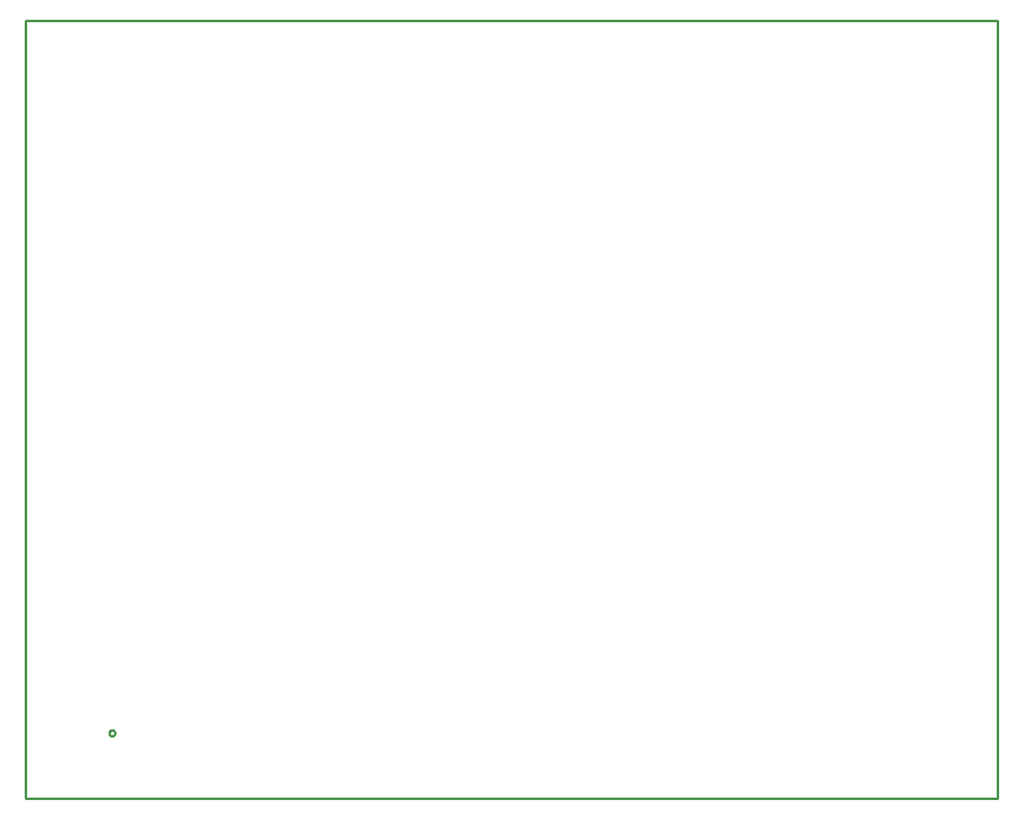
<source format=gbr>
G04 EAGLE Gerber X2 export*
%TF.Part,Single*%
%TF.FileFunction,Profile,NP*%
%TF.FilePolarity,Positive*%
%TF.GenerationSoftware,Autodesk,EAGLE,9.1.0*%
%TF.CreationDate,2018-08-06T08:24:04Z*%
G75*
%MOMM*%
%FSLAX34Y34*%
%LPD*%
%AMOC8*
5,1,8,0,0,1.08239X$1,22.5*%
G01*
%ADD10C,0.254000*%


D10*
X0Y0D02*
X1000000Y0D01*
X1000000Y800000D01*
X0Y800000D01*
X0Y0D01*
X91940Y66804D02*
X91866Y66338D01*
X91720Y65888D01*
X91506Y65468D01*
X91228Y65086D01*
X90894Y64752D01*
X90512Y64474D01*
X90092Y64260D01*
X89643Y64114D01*
X89176Y64040D01*
X88704Y64040D01*
X88238Y64114D01*
X87788Y64260D01*
X87368Y64474D01*
X86986Y64752D01*
X86652Y65086D01*
X86374Y65468D01*
X86160Y65888D01*
X86014Y66338D01*
X85940Y66804D01*
X85940Y67276D01*
X86014Y67743D01*
X86160Y68192D01*
X86374Y68612D01*
X86652Y68994D01*
X86986Y69328D01*
X87368Y69606D01*
X87788Y69820D01*
X88238Y69966D01*
X88704Y70040D01*
X89176Y70040D01*
X89643Y69966D01*
X90092Y69820D01*
X90512Y69606D01*
X90894Y69328D01*
X91228Y68994D01*
X91506Y68612D01*
X91720Y68192D01*
X91866Y67743D01*
X91940Y67276D01*
X91940Y66804D01*
M02*

</source>
